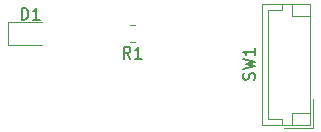
<source format=gbr>
%TF.GenerationSoftware,KiCad,Pcbnew,7.0.10*%
%TF.CreationDate,2024-01-23T18:03:39-08:00*%
%TF.ProjectId,514final,35313466-696e-4616-9c2e-6b696361645f,rev?*%
%TF.SameCoordinates,Original*%
%TF.FileFunction,Legend,Top*%
%TF.FilePolarity,Positive*%
%FSLAX46Y46*%
G04 Gerber Fmt 4.6, Leading zero omitted, Abs format (unit mm)*
G04 Created by KiCad (PCBNEW 7.0.10) date 2024-01-23 18:03:39*
%MOMM*%
%LPD*%
G01*
G04 APERTURE LIST*
%ADD10C,0.150000*%
%ADD11C,0.120000*%
G04 APERTURE END LIST*
D10*
X101433333Y-121484819D02*
X101100000Y-121008628D01*
X100861905Y-121484819D02*
X100861905Y-120484819D01*
X100861905Y-120484819D02*
X101242857Y-120484819D01*
X101242857Y-120484819D02*
X101338095Y-120532438D01*
X101338095Y-120532438D02*
X101385714Y-120580057D01*
X101385714Y-120580057D02*
X101433333Y-120675295D01*
X101433333Y-120675295D02*
X101433333Y-120818152D01*
X101433333Y-120818152D02*
X101385714Y-120913390D01*
X101385714Y-120913390D02*
X101338095Y-120961009D01*
X101338095Y-120961009D02*
X101242857Y-121008628D01*
X101242857Y-121008628D02*
X100861905Y-121008628D01*
X102385714Y-121484819D02*
X101814286Y-121484819D01*
X102100000Y-121484819D02*
X102100000Y-120484819D01*
X102100000Y-120484819D02*
X102004762Y-120627676D01*
X102004762Y-120627676D02*
X101909524Y-120722914D01*
X101909524Y-120722914D02*
X101814286Y-120770533D01*
X111907200Y-123293332D02*
X111954819Y-123150475D01*
X111954819Y-123150475D02*
X111954819Y-122912380D01*
X111954819Y-122912380D02*
X111907200Y-122817142D01*
X111907200Y-122817142D02*
X111859580Y-122769523D01*
X111859580Y-122769523D02*
X111764342Y-122721904D01*
X111764342Y-122721904D02*
X111669104Y-122721904D01*
X111669104Y-122721904D02*
X111573866Y-122769523D01*
X111573866Y-122769523D02*
X111526247Y-122817142D01*
X111526247Y-122817142D02*
X111478628Y-122912380D01*
X111478628Y-122912380D02*
X111431009Y-123102856D01*
X111431009Y-123102856D02*
X111383390Y-123198094D01*
X111383390Y-123198094D02*
X111335771Y-123245713D01*
X111335771Y-123245713D02*
X111240533Y-123293332D01*
X111240533Y-123293332D02*
X111145295Y-123293332D01*
X111145295Y-123293332D02*
X111050057Y-123245713D01*
X111050057Y-123245713D02*
X111002438Y-123198094D01*
X111002438Y-123198094D02*
X110954819Y-123102856D01*
X110954819Y-123102856D02*
X110954819Y-122864761D01*
X110954819Y-122864761D02*
X111002438Y-122721904D01*
X110954819Y-122388570D02*
X111954819Y-122150475D01*
X111954819Y-122150475D02*
X111240533Y-121959999D01*
X111240533Y-121959999D02*
X111954819Y-121769523D01*
X111954819Y-121769523D02*
X110954819Y-121531428D01*
X111954819Y-120626666D02*
X111954819Y-121198094D01*
X111954819Y-120912380D02*
X110954819Y-120912380D01*
X110954819Y-120912380D02*
X111097676Y-121007618D01*
X111097676Y-121007618D02*
X111192914Y-121102856D01*
X111192914Y-121102856D02*
X111240533Y-121198094D01*
X92216905Y-118184819D02*
X92216905Y-117184819D01*
X92216905Y-117184819D02*
X92455000Y-117184819D01*
X92455000Y-117184819D02*
X92597857Y-117232438D01*
X92597857Y-117232438D02*
X92693095Y-117327676D01*
X92693095Y-117327676D02*
X92740714Y-117422914D01*
X92740714Y-117422914D02*
X92788333Y-117613390D01*
X92788333Y-117613390D02*
X92788333Y-117756247D01*
X92788333Y-117756247D02*
X92740714Y-117946723D01*
X92740714Y-117946723D02*
X92693095Y-118041961D01*
X92693095Y-118041961D02*
X92597857Y-118137200D01*
X92597857Y-118137200D02*
X92455000Y-118184819D01*
X92455000Y-118184819D02*
X92216905Y-118184819D01*
X93740714Y-118184819D02*
X93169286Y-118184819D01*
X93455000Y-118184819D02*
X93455000Y-117184819D01*
X93455000Y-117184819D02*
X93359762Y-117327676D01*
X93359762Y-117327676D02*
X93264524Y-117422914D01*
X93264524Y-117422914D02*
X93169286Y-117470533D01*
D11*
%TO.C,R1*%
X101827064Y-118645000D02*
X101372936Y-118645000D01*
X101827064Y-120115000D02*
X101372936Y-120115000D01*
%TO.C,SW1*%
X113090000Y-126570000D02*
X113090000Y-117350000D01*
X116610000Y-116850000D02*
X112590000Y-116850000D01*
X114300000Y-127070000D02*
X114300000Y-126570000D01*
X112590000Y-127070000D02*
X116610000Y-127070000D01*
X115110000Y-126070000D02*
X116610000Y-126070000D01*
X115110000Y-127070000D02*
X115110000Y-126070000D01*
X112590000Y-116850000D02*
X112590000Y-127070000D01*
X116910000Y-127370000D02*
X116910000Y-124870000D01*
X114300000Y-126570000D02*
X113090000Y-126570000D01*
X115110000Y-116850000D02*
X115110000Y-117850000D01*
X114410000Y-127370000D02*
X116910000Y-127370000D01*
X113090000Y-117350000D02*
X114300000Y-117350000D01*
X115110000Y-117850000D02*
X116610000Y-117850000D01*
X114300000Y-117350000D02*
X114300000Y-116850000D01*
X116610000Y-127070000D02*
X116610000Y-116850000D01*
%TO.C,D1*%
X91095000Y-120340000D02*
X93955000Y-120340000D01*
X93955000Y-118420000D02*
X91095000Y-118420000D01*
X91095000Y-118420000D02*
X91095000Y-120340000D01*
%TD*%
M02*

</source>
